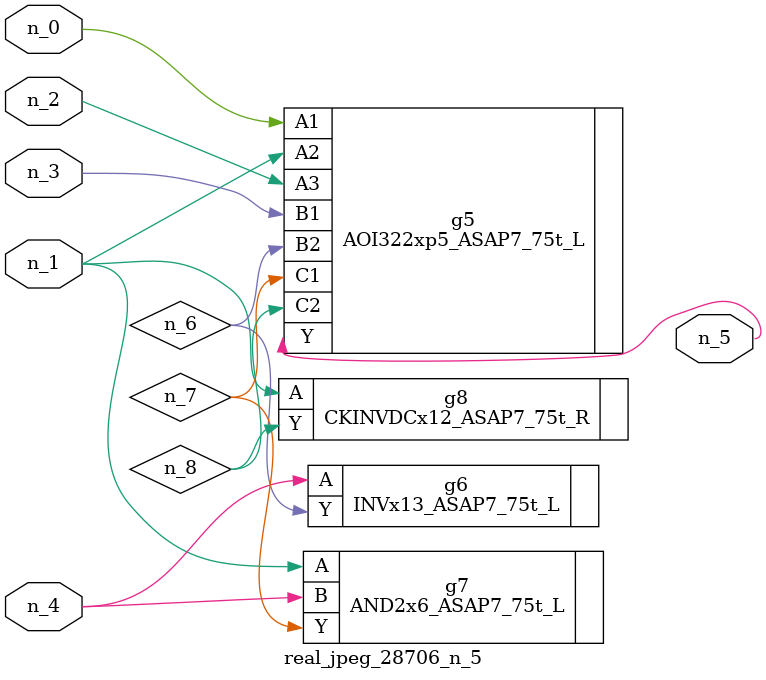
<source format=v>
module real_jpeg_28706_n_5 (n_4, n_0, n_1, n_2, n_3, n_5);

input n_4;
input n_0;
input n_1;
input n_2;
input n_3;

output n_5;

wire n_8;
wire n_6;
wire n_7;

AOI322xp5_ASAP7_75t_L g5 ( 
.A1(n_0),
.A2(n_1),
.A3(n_2),
.B1(n_3),
.B2(n_6),
.C1(n_7),
.C2(n_8),
.Y(n_5)
);

AND2x6_ASAP7_75t_L g7 ( 
.A(n_1),
.B(n_4),
.Y(n_7)
);

CKINVDCx12_ASAP7_75t_R g8 ( 
.A(n_1),
.Y(n_8)
);

INVx13_ASAP7_75t_L g6 ( 
.A(n_4),
.Y(n_6)
);


endmodule
</source>
